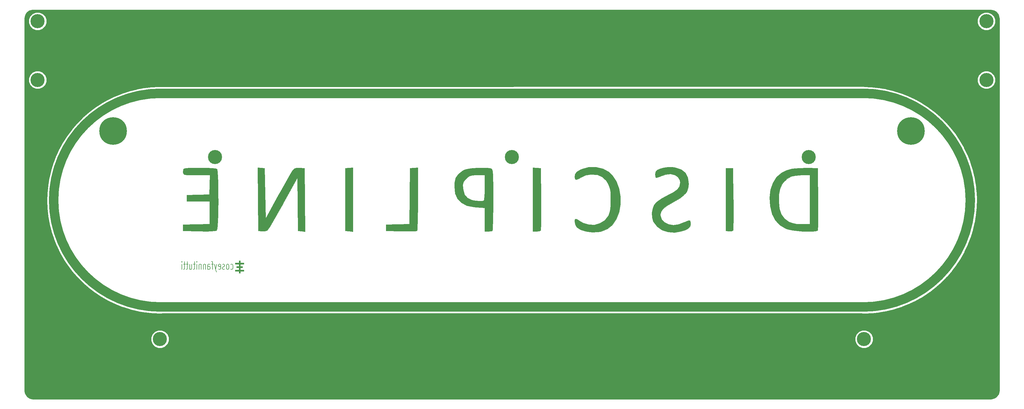
<source format=gbr>
G04 #@! TF.GenerationSoftware,KiCad,Pcbnew,(5.0.0)*
G04 #@! TF.CreationDate,2019-07-31T16:17:30-04:00*
G04 #@! TF.ProjectId,discipline-pcb,6469736369706C696E652D7063622E6B,rev?*
G04 #@! TF.SameCoordinates,Original*
G04 #@! TF.FileFunction,Copper,L2,Bot,Signal*
G04 #@! TF.FilePolarity,Positive*
%FSLAX46Y46*%
G04 Gerber Fmt 4.6, Leading zero omitted, Abs format (unit mm)*
G04 Created by KiCad (PCBNEW (5.0.0)) date 07/31/19 16:17:30*
%MOMM*%
%LPD*%
G01*
G04 APERTURE LIST*
G04 #@! TA.AperFunction,NonConductor*
%ADD10C,0.200000*%
G04 #@! TD*
G04 #@! TA.AperFunction,EtchedComponent*
%ADD11C,0.010000*%
G04 #@! TD*
G04 #@! TA.AperFunction,EtchedComponent*
%ADD12C,3.000000*%
G04 #@! TD*
G04 #@! TA.AperFunction,ComponentPad*
%ADD13C,8.600000*%
G04 #@! TD*
G04 #@! TA.AperFunction,ComponentPad*
%ADD14C,4.400000*%
G04 #@! TD*
G04 #@! TA.AperFunction,Conductor*
%ADD15C,0.254000*%
G04 #@! TD*
G04 APERTURE END LIST*
D10*
X125397214Y-134521644D02*
X125540071Y-134640692D01*
X125825785Y-134640692D01*
X125968642Y-134521644D01*
X126040071Y-134402597D01*
X126111500Y-134164501D01*
X126111500Y-133450216D01*
X126040071Y-133212120D01*
X125968642Y-133093073D01*
X125825785Y-132974025D01*
X125540071Y-132974025D01*
X125397214Y-133093073D01*
X124540071Y-134640692D02*
X124682928Y-134521644D01*
X124754357Y-134402597D01*
X124825785Y-134164501D01*
X124825785Y-133450216D01*
X124754357Y-133212120D01*
X124682928Y-133093073D01*
X124540071Y-132974025D01*
X124325785Y-132974025D01*
X124182928Y-133093073D01*
X124111500Y-133212120D01*
X124040071Y-133450216D01*
X124040071Y-134164501D01*
X124111500Y-134402597D01*
X124182928Y-134521644D01*
X124325785Y-134640692D01*
X124540071Y-134640692D01*
X123468642Y-134521644D02*
X123325785Y-134640692D01*
X123040071Y-134640692D01*
X122897214Y-134521644D01*
X122825785Y-134283549D01*
X122825785Y-134164501D01*
X122897214Y-133926406D01*
X123040071Y-133807359D01*
X123254357Y-133807359D01*
X123397214Y-133688311D01*
X123468642Y-133450216D01*
X123468642Y-133331168D01*
X123397214Y-133093073D01*
X123254357Y-132974025D01*
X123040071Y-132974025D01*
X122897214Y-133093073D01*
X121611500Y-134521644D02*
X121754357Y-134640692D01*
X122040071Y-134640692D01*
X122182928Y-134521644D01*
X122254357Y-134283549D01*
X122254357Y-133331168D01*
X122182928Y-133093073D01*
X122040071Y-132974025D01*
X121754357Y-132974025D01*
X121611500Y-133093073D01*
X121540071Y-133331168D01*
X121540071Y-133569263D01*
X122254357Y-133807359D01*
X121040071Y-132974025D02*
X120682928Y-134640692D01*
X120325785Y-132974025D02*
X120682928Y-134640692D01*
X120825785Y-135235930D01*
X120897214Y-135354978D01*
X121040071Y-135474025D01*
X119968642Y-132974025D02*
X119397214Y-132974025D01*
X119754357Y-134640692D02*
X119754357Y-132497835D01*
X119682928Y-132259740D01*
X119540071Y-132140692D01*
X119397214Y-132140692D01*
X118254357Y-134640692D02*
X118254357Y-133331168D01*
X118325785Y-133093073D01*
X118468642Y-132974025D01*
X118754357Y-132974025D01*
X118897214Y-133093073D01*
X118254357Y-134521644D02*
X118397214Y-134640692D01*
X118754357Y-134640692D01*
X118897214Y-134521644D01*
X118968642Y-134283549D01*
X118968642Y-134045454D01*
X118897214Y-133807359D01*
X118754357Y-133688311D01*
X118397214Y-133688311D01*
X118254357Y-133569263D01*
X117540071Y-132974025D02*
X117540071Y-134640692D01*
X117540071Y-133212120D02*
X117468642Y-133093073D01*
X117325785Y-132974025D01*
X117111500Y-132974025D01*
X116968642Y-133093073D01*
X116897214Y-133331168D01*
X116897214Y-134640692D01*
X116182928Y-132974025D02*
X116182928Y-134640692D01*
X116182928Y-133212120D02*
X116111500Y-133093073D01*
X115968642Y-132974025D01*
X115754357Y-132974025D01*
X115611500Y-133093073D01*
X115540071Y-133331168D01*
X115540071Y-134640692D01*
X114825785Y-134640692D02*
X114825785Y-132974025D01*
X114825785Y-132140692D02*
X114897214Y-132259740D01*
X114825785Y-132378787D01*
X114754357Y-132259740D01*
X114825785Y-132140692D01*
X114825785Y-132378787D01*
X114325785Y-132974025D02*
X113754357Y-132974025D01*
X114111500Y-132140692D02*
X114111500Y-134283549D01*
X114040071Y-134521644D01*
X113897214Y-134640692D01*
X113754357Y-134640692D01*
X112611500Y-132974025D02*
X112611500Y-134640692D01*
X113254357Y-132974025D02*
X113254357Y-134283549D01*
X113182928Y-134521644D01*
X113040071Y-134640692D01*
X112825785Y-134640692D01*
X112682928Y-134521644D01*
X112611500Y-134402597D01*
X112111500Y-132974025D02*
X111540071Y-132974025D01*
X111897214Y-132140692D02*
X111897214Y-134283549D01*
X111825785Y-134521644D01*
X111682928Y-134640692D01*
X111540071Y-134640692D01*
X111254357Y-132974025D02*
X110682928Y-132974025D01*
X111040071Y-132140692D02*
X111040071Y-134283549D01*
X110968642Y-134521644D01*
X110825785Y-134640692D01*
X110682928Y-134640692D01*
X110182928Y-134640692D02*
X110182928Y-132974025D01*
X110182928Y-132140692D02*
X110254357Y-132259740D01*
X110182928Y-132378787D01*
X110111500Y-132259740D01*
X110182928Y-132140692D01*
X110182928Y-132378787D01*
D11*
G04 #@! TO.C,G\002A\002A\002A*
G36*
X260332239Y-102854250D02*
X259104686Y-103194839D01*
X258182173Y-103636282D01*
X257760991Y-104083500D01*
X257582785Y-104925058D01*
X257650441Y-105661492D01*
X257847228Y-105964214D01*
X258282699Y-105933993D01*
X259047589Y-105654551D01*
X259381466Y-105494971D01*
X260956708Y-104929932D01*
X262443722Y-104823332D01*
X263733726Y-105136628D01*
X264717934Y-105831274D01*
X265287562Y-106868727D01*
X265385135Y-107622186D01*
X265151844Y-108747577D01*
X264415020Y-109736645D01*
X263119239Y-110647309D01*
X261928143Y-111234751D01*
X259661824Y-112391215D01*
X258032834Y-113572903D01*
X257201287Y-114521248D01*
X256780384Y-115598316D01*
X256603773Y-117004051D01*
X256678370Y-118460637D01*
X257011093Y-119690258D01*
X257069593Y-119811107D01*
X258160522Y-121243172D01*
X259692515Y-122286696D01*
X261557849Y-122903863D01*
X263648806Y-123056852D01*
X265547956Y-122787708D01*
X266710856Y-122403454D01*
X267729716Y-121889751D01*
X268366055Y-121368668D01*
X268392328Y-121331770D01*
X268604873Y-120678661D01*
X268598672Y-119919458D01*
X268383185Y-119393826D01*
X268337361Y-119358525D01*
X267891859Y-119385606D01*
X267109887Y-119668877D01*
X266674056Y-119878942D01*
X264936817Y-120548141D01*
X263264628Y-120767268D01*
X261757070Y-120569078D01*
X260513722Y-119986321D01*
X259634165Y-119051752D01*
X259217978Y-117798121D01*
X259197956Y-117420010D01*
X259412277Y-116530195D01*
X260090373Y-115640781D01*
X261284943Y-114702734D01*
X263048683Y-113667018D01*
X263467213Y-113447534D01*
X265301878Y-112412457D01*
X266589592Y-111445243D01*
X267412230Y-110444192D01*
X267851663Y-109307607D01*
X267989765Y-107933791D01*
X267990263Y-107829261D01*
X267734179Y-105962756D01*
X266969598Y-104501877D01*
X265702028Y-103452289D01*
X263936977Y-102819657D01*
X262976861Y-102671997D01*
X261683432Y-102663606D01*
X260332239Y-102854250D01*
X260332239Y-102854250D01*
G37*
X260332239Y-102854250D02*
X259104686Y-103194839D01*
X258182173Y-103636282D01*
X257760991Y-104083500D01*
X257582785Y-104925058D01*
X257650441Y-105661492D01*
X257847228Y-105964214D01*
X258282699Y-105933993D01*
X259047589Y-105654551D01*
X259381466Y-105494971D01*
X260956708Y-104929932D01*
X262443722Y-104823332D01*
X263733726Y-105136628D01*
X264717934Y-105831274D01*
X265287562Y-106868727D01*
X265385135Y-107622186D01*
X265151844Y-108747577D01*
X264415020Y-109736645D01*
X263119239Y-110647309D01*
X261928143Y-111234751D01*
X259661824Y-112391215D01*
X258032834Y-113572903D01*
X257201287Y-114521248D01*
X256780384Y-115598316D01*
X256603773Y-117004051D01*
X256678370Y-118460637D01*
X257011093Y-119690258D01*
X257069593Y-119811107D01*
X258160522Y-121243172D01*
X259692515Y-122286696D01*
X261557849Y-122903863D01*
X263648806Y-123056852D01*
X265547956Y-122787708D01*
X266710856Y-122403454D01*
X267729716Y-121889751D01*
X268366055Y-121368668D01*
X268392328Y-121331770D01*
X268604873Y-120678661D01*
X268598672Y-119919458D01*
X268383185Y-119393826D01*
X268337361Y-119358525D01*
X267891859Y-119385606D01*
X267109887Y-119668877D01*
X266674056Y-119878942D01*
X264936817Y-120548141D01*
X263264628Y-120767268D01*
X261757070Y-120569078D01*
X260513722Y-119986321D01*
X259634165Y-119051752D01*
X259217978Y-117798121D01*
X259197956Y-117420010D01*
X259412277Y-116530195D01*
X260090373Y-115640781D01*
X261284943Y-114702734D01*
X263048683Y-113667018D01*
X263467213Y-113447534D01*
X265301878Y-112412457D01*
X266589592Y-111445243D01*
X267412230Y-110444192D01*
X267851663Y-109307607D01*
X267989765Y-107933791D01*
X267990263Y-107829261D01*
X267734179Y-105962756D01*
X266969598Y-104501877D01*
X265702028Y-103452289D01*
X263936977Y-102819657D01*
X262976861Y-102671997D01*
X261683432Y-102663606D01*
X260332239Y-102854250D01*
G36*
X236894832Y-102712705D02*
X234771714Y-103252915D01*
X234186031Y-103519822D01*
X233143470Y-104192750D01*
X232622111Y-104953516D01*
X232495391Y-105838576D01*
X232644732Y-106470393D01*
X233121098Y-106608224D01*
X233967008Y-106254329D01*
X234467280Y-105943389D01*
X235845490Y-105258155D01*
X237447857Y-104955384D01*
X237653686Y-104940827D01*
X239541270Y-105068921D01*
X241072121Y-105730833D01*
X242300922Y-106957853D01*
X242896776Y-107940786D01*
X243281623Y-108761716D01*
X243526745Y-109538628D01*
X243662523Y-110455909D01*
X243719335Y-111697948D01*
X243728386Y-112988222D01*
X243708007Y-114625080D01*
X243630645Y-115786467D01*
X243469219Y-116647511D01*
X243196646Y-117383335D01*
X242982559Y-117811243D01*
X241880546Y-119243713D01*
X240421626Y-120211754D01*
X238727931Y-120692169D01*
X236921597Y-120661763D01*
X235124755Y-120097342D01*
X234107675Y-119496746D01*
X233393329Y-119057721D01*
X232875225Y-118857952D01*
X232852173Y-118856802D01*
X232544979Y-119113812D01*
X232490855Y-119740202D01*
X232659370Y-120519007D01*
X233020094Y-121233266D01*
X233216931Y-121457493D01*
X234420584Y-122215527D01*
X236048364Y-122741217D01*
X237904050Y-123000557D01*
X239791421Y-122959544D01*
X240845415Y-122779495D01*
X242715722Y-122015296D01*
X244271021Y-120725716D01*
X245478192Y-118972490D01*
X246304115Y-116817357D01*
X246715669Y-114322052D01*
X246705878Y-111855520D01*
X246290900Y-109336973D01*
X245481843Y-107122462D01*
X244327178Y-105317203D01*
X243201636Y-104248956D01*
X241287951Y-103225134D01*
X239126297Y-102708247D01*
X236894832Y-102712705D01*
X236894832Y-102712705D01*
G37*
X236894832Y-102712705D02*
X234771714Y-103252915D01*
X234186031Y-103519822D01*
X233143470Y-104192750D01*
X232622111Y-104953516D01*
X232495391Y-105838576D01*
X232644732Y-106470393D01*
X233121098Y-106608224D01*
X233967008Y-106254329D01*
X234467280Y-105943389D01*
X235845490Y-105258155D01*
X237447857Y-104955384D01*
X237653686Y-104940827D01*
X239541270Y-105068921D01*
X241072121Y-105730833D01*
X242300922Y-106957853D01*
X242896776Y-107940786D01*
X243281623Y-108761716D01*
X243526745Y-109538628D01*
X243662523Y-110455909D01*
X243719335Y-111697948D01*
X243728386Y-112988222D01*
X243708007Y-114625080D01*
X243630645Y-115786467D01*
X243469219Y-116647511D01*
X243196646Y-117383335D01*
X242982559Y-117811243D01*
X241880546Y-119243713D01*
X240421626Y-120211754D01*
X238727931Y-120692169D01*
X236921597Y-120661763D01*
X235124755Y-120097342D01*
X234107675Y-119496746D01*
X233393329Y-119057721D01*
X232875225Y-118857952D01*
X232852173Y-118856802D01*
X232544979Y-119113812D01*
X232490855Y-119740202D01*
X232659370Y-120519007D01*
X233020094Y-121233266D01*
X233216931Y-121457493D01*
X234420584Y-122215527D01*
X236048364Y-122741217D01*
X237904050Y-123000557D01*
X239791421Y-122959544D01*
X240845415Y-122779495D01*
X242715722Y-122015296D01*
X244271021Y-120725716D01*
X245478192Y-118972490D01*
X246304115Y-116817357D01*
X246715669Y-114322052D01*
X246705878Y-111855520D01*
X246290900Y-109336973D01*
X245481843Y-107122462D01*
X244327178Y-105317203D01*
X243201636Y-104248956D01*
X241287951Y-103225134D01*
X239126297Y-102708247D01*
X236894832Y-102712705D01*
G36*
X302362477Y-102987725D02*
X300236848Y-103228131D01*
X298475432Y-103715110D01*
X296950042Y-104473164D01*
X296878689Y-104517975D01*
X295366450Y-105850401D01*
X294230846Y-107641950D01*
X293503369Y-109799432D01*
X293215511Y-112229662D01*
X293396129Y-114823010D01*
X294017727Y-117297291D01*
X295029764Y-119275249D01*
X296465557Y-120805200D01*
X298274879Y-121897939D01*
X299184301Y-122185210D01*
X300461692Y-122424841D01*
X301969231Y-122609978D01*
X303569099Y-122733769D01*
X305123476Y-122789360D01*
X306494543Y-122769898D01*
X307544479Y-122668530D01*
X308135466Y-122478403D01*
X308207549Y-122391843D01*
X308248796Y-121961440D01*
X308280588Y-120965995D01*
X308302178Y-119491691D01*
X308312816Y-117624709D01*
X308311754Y-115451233D01*
X308298243Y-113057444D01*
X308293461Y-112502838D01*
X308226334Y-105179879D01*
X305764622Y-105179879D01*
X305764622Y-120485007D01*
X303228494Y-120485007D01*
X301660444Y-120431027D01*
X300488861Y-120238699D01*
X299465568Y-119862439D01*
X299239391Y-119752315D01*
X297864026Y-118777731D01*
X296895823Y-117414694D01*
X296301093Y-115598634D01*
X296065062Y-113668302D01*
X296076844Y-111360055D01*
X296428298Y-109504438D01*
X297150439Y-107980581D01*
X297713622Y-107243764D01*
X298777704Y-106242275D01*
X299966834Y-105606031D01*
X301450048Y-105272715D01*
X303311855Y-105179879D01*
X305764622Y-105179879D01*
X308226334Y-105179879D01*
X308206930Y-103063212D01*
X304980509Y-102969390D01*
X302362477Y-102987725D01*
X302362477Y-102987725D01*
G37*
X302362477Y-102987725D02*
X300236848Y-103228131D01*
X298475432Y-103715110D01*
X296950042Y-104473164D01*
X296878689Y-104517975D01*
X295366450Y-105850401D01*
X294230846Y-107641950D01*
X293503369Y-109799432D01*
X293215511Y-112229662D01*
X293396129Y-114823010D01*
X294017727Y-117297291D01*
X295029764Y-119275249D01*
X296465557Y-120805200D01*
X298274879Y-121897939D01*
X299184301Y-122185210D01*
X300461692Y-122424841D01*
X301969231Y-122609978D01*
X303569099Y-122733769D01*
X305123476Y-122789360D01*
X306494543Y-122769898D01*
X307544479Y-122668530D01*
X308135466Y-122478403D01*
X308207549Y-122391843D01*
X308248796Y-121961440D01*
X308280588Y-120965995D01*
X308302178Y-119491691D01*
X308312816Y-117624709D01*
X308311754Y-115451233D01*
X308298243Y-113057444D01*
X308293461Y-112502838D01*
X308226334Y-105179879D01*
X305764622Y-105179879D01*
X305764622Y-120485007D01*
X303228494Y-120485007D01*
X301660444Y-120431027D01*
X300488861Y-120238699D01*
X299465568Y-119862439D01*
X299239391Y-119752315D01*
X297864026Y-118777731D01*
X296895823Y-117414694D01*
X296301093Y-115598634D01*
X296065062Y-113668302D01*
X296076844Y-111360055D01*
X296428298Y-109504438D01*
X297150439Y-107980581D01*
X297713622Y-107243764D01*
X298777704Y-106242275D01*
X299966834Y-105606031D01*
X301450048Y-105272715D01*
X303311855Y-105179879D01*
X305764622Y-105179879D01*
X308226334Y-105179879D01*
X308206930Y-103063212D01*
X304980509Y-102969390D01*
X302362477Y-102987725D01*
G36*
X279550520Y-122601674D02*
X280611092Y-122703883D01*
X281468885Y-122653409D01*
X281837367Y-122374278D01*
X281876881Y-121948521D01*
X281907108Y-120957514D01*
X281927359Y-119487233D01*
X281936943Y-117623653D01*
X281935172Y-115452750D01*
X281921356Y-113060500D01*
X281916538Y-112502838D01*
X281830007Y-103063212D01*
X279550520Y-103063212D01*
X279550520Y-122601674D01*
X279550520Y-122601674D01*
G37*
X279550520Y-122601674D02*
X280611092Y-122703883D01*
X281468885Y-122653409D01*
X281837367Y-122374278D01*
X281876881Y-121948521D01*
X281907108Y-120957514D01*
X281927359Y-119487233D01*
X281936943Y-117623653D01*
X281935172Y-115452750D01*
X281921356Y-113060500D01*
X281916538Y-112502838D01*
X281830007Y-103063212D01*
X279550520Y-103063212D01*
X279550520Y-122601674D01*
G36*
X219469750Y-122764494D02*
X220619714Y-122764494D01*
X221426505Y-122659251D01*
X221901369Y-122401139D01*
X221927399Y-122353479D01*
X221964863Y-121933221D01*
X221993237Y-120947467D01*
X222011903Y-119481948D01*
X222020240Y-117622395D01*
X222017629Y-115454541D01*
X222003451Y-113064115D01*
X221998589Y-112502838D01*
X221912058Y-103063212D01*
X220690904Y-102962144D01*
X219469750Y-102861077D01*
X219469750Y-122764494D01*
X219469750Y-122764494D01*
G37*
X219469750Y-122764494D02*
X220619714Y-122764494D01*
X221426505Y-122659251D01*
X221901369Y-122401139D01*
X221927399Y-122353479D01*
X221964863Y-121933221D01*
X221993237Y-120947467D01*
X222011903Y-119481948D01*
X222020240Y-117622395D01*
X222017629Y-115454541D01*
X222003451Y-113064115D01*
X221998589Y-112502838D01*
X221912058Y-103063212D01*
X220690904Y-102962144D01*
X219469750Y-102861077D01*
X219469750Y-122764494D01*
G36*
X202430790Y-102959591D02*
X200733726Y-103042421D01*
X199531340Y-103157222D01*
X198667034Y-103332731D01*
X197984214Y-103597686D01*
X197513900Y-103861914D01*
X196251251Y-104859463D01*
X195473145Y-106058970D01*
X195106353Y-107606252D01*
X195053248Y-108761930D01*
X195289734Y-110871912D01*
X195999357Y-112551768D01*
X197196028Y-113814516D01*
X198893660Y-114673177D01*
X201106164Y-115140768D01*
X201944789Y-115211076D01*
X204490263Y-115358431D01*
X204490263Y-122764494D01*
X205575733Y-122764494D01*
X206380365Y-122704918D01*
X206863592Y-122560220D01*
X206878297Y-122547400D01*
X206933976Y-122178062D01*
X206984373Y-121241351D01*
X207027583Y-119821168D01*
X207061704Y-118001414D01*
X207084831Y-115865988D01*
X207095060Y-113498792D01*
X207095391Y-112980863D01*
X207091033Y-110207936D01*
X207075629Y-108016695D01*
X207045689Y-106337587D01*
X207000780Y-105179879D01*
X204490263Y-105179879D01*
X204490263Y-109033298D01*
X204472899Y-110556629D01*
X204425656Y-111834148D01*
X204355809Y-112729438D01*
X204273169Y-113103810D01*
X203754503Y-113272830D01*
X202822527Y-113308811D01*
X201700071Y-113218344D01*
X200609964Y-113008019D01*
X200558390Y-112993943D01*
X199172633Y-112353685D01*
X198261198Y-111306975D01*
X197784192Y-109801328D01*
X197720481Y-109260062D01*
X197664856Y-108194636D01*
X197782979Y-107501152D01*
X198168273Y-106905242D01*
X198719251Y-106326788D01*
X199361385Y-105724934D01*
X199922698Y-105381624D01*
X200621244Y-105224557D01*
X201675074Y-105181434D01*
X202178212Y-105179879D01*
X204490263Y-105179879D01*
X207000780Y-105179879D01*
X206997722Y-105101059D01*
X206928235Y-104237559D01*
X206833737Y-103677535D01*
X206710737Y-103351434D01*
X206605658Y-103224977D01*
X206125608Y-103034794D01*
X205205701Y-102935245D01*
X203769135Y-102921447D01*
X202430790Y-102959591D01*
X202430790Y-102959591D01*
G37*
X202430790Y-102959591D02*
X200733726Y-103042421D01*
X199531340Y-103157222D01*
X198667034Y-103332731D01*
X197984214Y-103597686D01*
X197513900Y-103861914D01*
X196251251Y-104859463D01*
X195473145Y-106058970D01*
X195106353Y-107606252D01*
X195053248Y-108761930D01*
X195289734Y-110871912D01*
X195999357Y-112551768D01*
X197196028Y-113814516D01*
X198893660Y-114673177D01*
X201106164Y-115140768D01*
X201944789Y-115211076D01*
X204490263Y-115358431D01*
X204490263Y-122764494D01*
X205575733Y-122764494D01*
X206380365Y-122704918D01*
X206863592Y-122560220D01*
X206878297Y-122547400D01*
X206933976Y-122178062D01*
X206984373Y-121241351D01*
X207027583Y-119821168D01*
X207061704Y-118001414D01*
X207084831Y-115865988D01*
X207095060Y-113498792D01*
X207095391Y-112980863D01*
X207091033Y-110207936D01*
X207075629Y-108016695D01*
X207045689Y-106337587D01*
X207000780Y-105179879D01*
X204490263Y-105179879D01*
X204490263Y-109033298D01*
X204472899Y-110556629D01*
X204425656Y-111834148D01*
X204355809Y-112729438D01*
X204273169Y-113103810D01*
X203754503Y-113272830D01*
X202822527Y-113308811D01*
X201700071Y-113218344D01*
X200609964Y-113008019D01*
X200558390Y-112993943D01*
X199172633Y-112353685D01*
X198261198Y-111306975D01*
X197784192Y-109801328D01*
X197720481Y-109260062D01*
X197664856Y-108194636D01*
X197782979Y-107501152D01*
X198168273Y-106905242D01*
X198719251Y-106326788D01*
X199361385Y-105724934D01*
X199922698Y-105381624D01*
X200621244Y-105224557D01*
X201675074Y-105181434D01*
X202178212Y-105179879D01*
X204490263Y-105179879D01*
X207000780Y-105179879D01*
X206997722Y-105101059D01*
X206928235Y-104237559D01*
X206833737Y-103677535D01*
X206710737Y-103351434D01*
X206605658Y-103224977D01*
X206125608Y-103034794D01*
X205205701Y-102935245D01*
X203769135Y-102921447D01*
X202430790Y-102959591D01*
G36*
X182428084Y-102962144D02*
X181206930Y-103063212D01*
X181033512Y-120463776D01*
X173717186Y-120647828D01*
X173717186Y-122601674D01*
X178457771Y-122691431D01*
X180153480Y-122708533D01*
X181612727Y-122694899D01*
X182713973Y-122653849D01*
X183335677Y-122588705D01*
X183423797Y-122555747D01*
X183480507Y-122185108D01*
X183531988Y-121245413D01*
X183576378Y-119818879D01*
X183611816Y-117987724D01*
X183636441Y-115834165D01*
X183648392Y-113440419D01*
X183649238Y-112595691D01*
X183649238Y-102861077D01*
X182428084Y-102962144D01*
X182428084Y-102962144D01*
G37*
X182428084Y-102962144D02*
X181206930Y-103063212D01*
X181033512Y-120463776D01*
X173717186Y-120647828D01*
X173717186Y-122601674D01*
X178457771Y-122691431D01*
X180153480Y-122708533D01*
X181612727Y-122694899D01*
X182713973Y-122653849D01*
X183335677Y-122588705D01*
X183423797Y-122555747D01*
X183480507Y-122185108D01*
X183531988Y-121245413D01*
X183576378Y-119818879D01*
X183611816Y-117987724D01*
X183636441Y-115834165D01*
X183648392Y-113440419D01*
X183649238Y-112595691D01*
X183649238Y-102861077D01*
X182428084Y-102962144D01*
G36*
X162238340Y-102962144D02*
X161017186Y-103063212D01*
X161017186Y-122601674D01*
X162238340Y-122702741D01*
X163459494Y-122803809D01*
X163459494Y-102861077D01*
X162238340Y-102962144D01*
X162238340Y-102962144D01*
G37*
X162238340Y-102962144D02*
X161017186Y-103063212D01*
X161017186Y-122601674D01*
X162238340Y-122702741D01*
X163459494Y-122803809D01*
X163459494Y-102861077D01*
X162238340Y-102962144D01*
G36*
X133902765Y-112730042D02*
X133988981Y-122601674D01*
X135128725Y-122697577D01*
X136061888Y-122647531D01*
X136781287Y-122395900D01*
X136814381Y-122371936D01*
X137110235Y-121984896D01*
X137671798Y-121103669D01*
X138453152Y-119805957D01*
X139408379Y-118169462D01*
X140491562Y-116271885D01*
X141656781Y-114190929D01*
X141774657Y-113978250D01*
X146189020Y-106006108D01*
X146363340Y-122601674D01*
X147426480Y-122704075D01*
X148489619Y-122806475D01*
X148403403Y-112934844D01*
X148317186Y-103063212D01*
X146806889Y-102965450D01*
X145801572Y-102959872D01*
X145179405Y-103164749D01*
X144690222Y-103656410D01*
X144369552Y-104155024D01*
X143789691Y-105138365D01*
X143000806Y-106518039D01*
X142053063Y-108205655D01*
X140996626Y-110112819D01*
X140176161Y-111610233D01*
X136268468Y-118775334D01*
X136105648Y-110919273D01*
X135942827Y-103063212D01*
X134879688Y-102960811D01*
X133816548Y-102858410D01*
X133902765Y-112730042D01*
X133902765Y-112730042D01*
G37*
X133902765Y-112730042D02*
X133988981Y-122601674D01*
X135128725Y-122697577D01*
X136061888Y-122647531D01*
X136781287Y-122395900D01*
X136814381Y-122371936D01*
X137110235Y-121984896D01*
X137671798Y-121103669D01*
X138453152Y-119805957D01*
X139408379Y-118169462D01*
X140491562Y-116271885D01*
X141656781Y-114190929D01*
X141774657Y-113978250D01*
X146189020Y-106006108D01*
X146363340Y-122601674D01*
X147426480Y-122704075D01*
X148489619Y-122806475D01*
X148403403Y-112934844D01*
X148317186Y-103063212D01*
X146806889Y-102965450D01*
X145801572Y-102959872D01*
X145179405Y-103164749D01*
X144690222Y-103656410D01*
X144369552Y-104155024D01*
X143789691Y-105138365D01*
X143000806Y-106518039D01*
X142053063Y-108205655D01*
X140996626Y-110112819D01*
X140176161Y-111610233D01*
X136268468Y-118775334D01*
X136105648Y-110919273D01*
X135942827Y-103063212D01*
X134879688Y-102960811D01*
X133816548Y-102858410D01*
X133902765Y-112730042D01*
G36*
X113804399Y-102906301D02*
X112450889Y-102931801D01*
X111550129Y-102988554D01*
X111002875Y-103088220D01*
X110709885Y-103242460D01*
X110571918Y-103462935D01*
X110557388Y-103505798D01*
X110493418Y-104294246D01*
X110570283Y-104645542D01*
X110742886Y-104872224D01*
X111126582Y-105025520D01*
X111828579Y-105118899D01*
X112956080Y-105165828D01*
X114616290Y-105179779D01*
X114823221Y-105179879D01*
X118871113Y-105179879D01*
X118777483Y-108192058D01*
X118683853Y-111204238D01*
X111682571Y-111389092D01*
X111682571Y-113320904D01*
X118846674Y-113320904D01*
X118846674Y-120465549D01*
X114694750Y-120556688D01*
X110542827Y-120647828D01*
X110542827Y-122601674D01*
X115598647Y-122690982D01*
X117747674Y-122711183D01*
X119309956Y-122682376D01*
X120348445Y-122600991D01*
X120926092Y-122463459D01*
X121053134Y-122381623D01*
X121176490Y-121939512D01*
X121278951Y-120949292D01*
X121360474Y-119513767D01*
X121421018Y-117735742D01*
X121460540Y-115718021D01*
X121478998Y-113563408D01*
X121476348Y-111374707D01*
X121452548Y-109254723D01*
X121407556Y-107306260D01*
X121341329Y-105632121D01*
X121253825Y-104335113D01*
X121145001Y-103518037D01*
X121061032Y-103291161D01*
X120599671Y-103117729D01*
X119593318Y-102996475D01*
X118007497Y-102924879D01*
X115807728Y-102900425D01*
X115709900Y-102900392D01*
X113804399Y-102906301D01*
X113804399Y-102906301D01*
G37*
X113804399Y-102906301D02*
X112450889Y-102931801D01*
X111550129Y-102988554D01*
X111002875Y-103088220D01*
X110709885Y-103242460D01*
X110571918Y-103462935D01*
X110557388Y-103505798D01*
X110493418Y-104294246D01*
X110570283Y-104645542D01*
X110742886Y-104872224D01*
X111126582Y-105025520D01*
X111828579Y-105118899D01*
X112956080Y-105165828D01*
X114616290Y-105179779D01*
X114823221Y-105179879D01*
X118871113Y-105179879D01*
X118777483Y-108192058D01*
X118683853Y-111204238D01*
X111682571Y-111389092D01*
X111682571Y-113320904D01*
X118846674Y-113320904D01*
X118846674Y-120465549D01*
X114694750Y-120556688D01*
X110542827Y-120647828D01*
X110542827Y-122601674D01*
X115598647Y-122690982D01*
X117747674Y-122711183D01*
X119309956Y-122682376D01*
X120348445Y-122600991D01*
X120926092Y-122463459D01*
X121053134Y-122381623D01*
X121176490Y-121939512D01*
X121278951Y-120949292D01*
X121360474Y-119513767D01*
X121421018Y-117735742D01*
X121460540Y-115718021D01*
X121478998Y-113563408D01*
X121476348Y-111374707D01*
X121452548Y-109254723D01*
X121407556Y-107306260D01*
X121341329Y-105632121D01*
X121253825Y-104335113D01*
X121145001Y-103518037D01*
X121061032Y-103291161D01*
X120599671Y-103117729D01*
X119593318Y-102996475D01*
X118007497Y-102924879D01*
X115807728Y-102900425D01*
X115709900Y-102900392D01*
X113804399Y-102906301D01*
D12*
X322394879Y-146359622D02*
G75*
G03X322394879Y-79659622I0J33350000D01*
G01*
X103584879Y-79659622D02*
G75*
G03X103584879Y-146359622I0J-33350000D01*
G01*
X322324879Y-79629622D02*
X103004879Y-79659622D01*
X322774879Y-146279622D02*
X103454879Y-146309622D01*
D11*
G36*
X128375486Y-135163121D02*
X128944869Y-135160944D01*
X129514252Y-135158768D01*
X129514252Y-134752368D01*
X128375486Y-134748016D01*
X128375486Y-134087735D01*
X129095153Y-134087735D01*
X129095153Y-133655935D01*
X128375486Y-133655935D01*
X128375486Y-132978721D01*
X128944869Y-132976544D01*
X129514252Y-132974368D01*
X129516515Y-132760585D01*
X129518777Y-132546802D01*
X128375486Y-132546802D01*
X128375486Y-131928735D01*
X127935219Y-131928735D01*
X127935219Y-132546802D01*
X126800686Y-132546802D01*
X126800686Y-132978601D01*
X127935219Y-132978601D01*
X127935219Y-133655935D01*
X127224019Y-133655935D01*
X127224019Y-134087735D01*
X127935219Y-134087735D01*
X127935219Y-134748135D01*
X126800686Y-134748135D01*
X126800686Y-135163001D01*
X127935000Y-135163001D01*
X127939452Y-135751435D01*
X128157469Y-135753694D01*
X128375486Y-135755954D01*
X128375486Y-135163121D01*
X128375486Y-135163121D01*
G37*
X128375486Y-135163121D02*
X128944869Y-135160944D01*
X129514252Y-135158768D01*
X129514252Y-134752368D01*
X128375486Y-134748016D01*
X128375486Y-134087735D01*
X129095153Y-134087735D01*
X129095153Y-133655935D01*
X128375486Y-133655935D01*
X128375486Y-132978721D01*
X128944869Y-132976544D01*
X129514252Y-132974368D01*
X129516515Y-132760585D01*
X129518777Y-132546802D01*
X128375486Y-132546802D01*
X128375486Y-131928735D01*
X127935219Y-131928735D01*
X127935219Y-132546802D01*
X126800686Y-132546802D01*
X126800686Y-132978601D01*
X127935219Y-132978601D01*
X127935219Y-133655935D01*
X127224019Y-133655935D01*
X127224019Y-134087735D01*
X127935219Y-134087735D01*
X127935219Y-134748135D01*
X126800686Y-134748135D01*
X126800686Y-135163001D01*
X127935000Y-135163001D01*
X127939452Y-135751435D01*
X128157469Y-135753694D01*
X128375486Y-135755954D01*
X128375486Y-135163121D01*
G04 #@! TD*
D13*
G04 #@! TO.P,REF\002A\002A,1*
G04 #@! TO.N,N/C*
X337229903Y-91409552D03*
G04 #@! TD*
D14*
G04 #@! TO.P,H1,1*
G04 #@! TO.N,GND*
X212989879Y-162205740D03*
G04 #@! TD*
G04 #@! TO.P,REF\002A\002A,1*
G04 #@! TO.N,N/C*
X212989879Y-99550624D03*
G04 #@! TD*
G04 #@! TO.P,REF\002A\002A,1*
G04 #@! TO.N,N/C*
X305448502Y-99550624D03*
G04 #@! TD*
G04 #@! TO.P,REF\002A\002A,1*
G04 #@! TO.N,N/C*
X120531257Y-99550624D03*
G04 #@! TD*
G04 #@! TO.P,REF\002A\002A,1*
G04 #@! TO.N,N/C*
X322637337Y-156394590D03*
G04 #@! TD*
G04 #@! TO.P,REF\002A\002A,1*
G04 #@! TO.N,N/C*
X103342422Y-156394590D03*
G04 #@! TD*
G04 #@! TO.P,REF\002A\002A,1*
G04 #@! TO.N,N/C*
X360747255Y-75468873D03*
G04 #@! TD*
G04 #@! TO.P,REF\002A\002A,1*
G04 #@! TO.N,N/C*
X360747255Y-57147160D03*
G04 #@! TD*
G04 #@! TO.P,REF\002A\002A,1*
G04 #@! TO.N,N/C*
X65232504Y-57147160D03*
G04 #@! TD*
G04 #@! TO.P,REF\002A\002A,1*
G04 #@! TO.N,N/C*
X65232504Y-75468873D03*
G04 #@! TD*
D13*
G04 #@! TO.P,REF\002A\002A,1*
G04 #@! TO.N,N/C*
X88749856Y-91409552D03*
G04 #@! TD*
D15*
G04 #@! TO.N,GND*
G36*
X362686565Y-53717043D02*
X363217376Y-53895680D01*
X363697439Y-54184132D01*
X364104363Y-54568941D01*
X364419162Y-55032154D01*
X364627151Y-55552162D01*
X364723315Y-56133043D01*
X364726843Y-56259344D01*
X364726844Y-172404331D01*
X364662180Y-172999570D01*
X364483543Y-173530382D01*
X364195092Y-174010444D01*
X363810282Y-174417369D01*
X363347069Y-174732168D01*
X362827061Y-174940157D01*
X362246180Y-175036321D01*
X362119879Y-175039849D01*
X63891109Y-175039849D01*
X63295493Y-174975691D01*
X62764519Y-174797534D01*
X62284197Y-174509521D01*
X61876919Y-174125077D01*
X61561701Y-173662151D01*
X61353241Y-173142332D01*
X61256550Y-172561538D01*
X61252916Y-172435550D01*
X61252916Y-155830673D01*
X100507422Y-155830673D01*
X100507422Y-156958507D01*
X100939025Y-158000489D01*
X101736523Y-158797987D01*
X102778505Y-159229590D01*
X103906339Y-159229590D01*
X104948321Y-158797987D01*
X105745819Y-158000489D01*
X106177422Y-156958507D01*
X106177422Y-155830673D01*
X319802337Y-155830673D01*
X319802337Y-156958507D01*
X320233940Y-158000489D01*
X321031438Y-158797987D01*
X322073420Y-159229590D01*
X323201254Y-159229590D01*
X324243236Y-158797987D01*
X325040734Y-158000489D01*
X325472337Y-156958507D01*
X325472337Y-155830673D01*
X325040734Y-154788691D01*
X324243236Y-153991193D01*
X323201254Y-153559590D01*
X322073420Y-153559590D01*
X321031438Y-153991193D01*
X320233940Y-154788691D01*
X319802337Y-155830673D01*
X106177422Y-155830673D01*
X105745819Y-154788691D01*
X104948321Y-153991193D01*
X103906339Y-153559590D01*
X102778505Y-153559590D01*
X101736523Y-153991193D01*
X100939025Y-154788691D01*
X100507422Y-155830673D01*
X61252916Y-155830673D01*
X61252916Y-113122765D01*
X68101221Y-113122765D01*
X68101543Y-113184241D01*
X68101221Y-113245716D01*
X68101982Y-113268061D01*
X68191087Y-115535936D01*
X68195587Y-115597222D01*
X68199449Y-115658602D01*
X68201728Y-115680842D01*
X68444877Y-117937404D01*
X68453539Y-117998267D01*
X68461564Y-118059218D01*
X68465350Y-118081252D01*
X68861417Y-120316051D01*
X68874187Y-120376131D01*
X68886349Y-120436446D01*
X68891626Y-120458172D01*
X69438774Y-122660857D01*
X69455615Y-122719978D01*
X69471838Y-122779278D01*
X69478580Y-122800595D01*
X70174279Y-124960965D01*
X70195089Y-125018768D01*
X70215321Y-125076864D01*
X70223497Y-125097673D01*
X71064524Y-127205721D01*
X71089223Y-127261986D01*
X71113353Y-127318558D01*
X71122925Y-127338763D01*
X72105383Y-129384728D01*
X72133876Y-129439230D01*
X72161775Y-129493984D01*
X72172699Y-129513491D01*
X73292039Y-131487895D01*
X73324148Y-131540292D01*
X73355730Y-131593062D01*
X73367946Y-131611765D01*
X73367956Y-131611781D01*
X73367965Y-131611794D01*
X74618993Y-133505480D01*
X74654588Y-133555567D01*
X74689690Y-133606072D01*
X74703161Y-133623916D01*
X76080102Y-135428141D01*
X76119037Y-135475710D01*
X76157477Y-135523691D01*
X76172130Y-135540577D01*
X77668597Y-137246971D01*
X77710680Y-137291786D01*
X77752292Y-137337038D01*
X77768059Y-137352888D01*
X79377123Y-138953548D01*
X79422134Y-138995375D01*
X79466750Y-139037714D01*
X79483559Y-139052455D01*
X81197765Y-140539967D01*
X81245524Y-140578641D01*
X81292909Y-140617841D01*
X81310682Y-140631405D01*
X83122091Y-141998880D01*
X83172410Y-142034245D01*
X83222312Y-142070103D01*
X83240942Y-142082410D01*
X83240966Y-142082427D01*
X83240987Y-142082440D01*
X85141190Y-143323531D01*
X85193713Y-143355340D01*
X85246022Y-143387773D01*
X85265471Y-143398799D01*
X87245709Y-144507786D01*
X87300307Y-144535966D01*
X87354669Y-144564749D01*
X87374823Y-144574426D01*
X89425904Y-145546159D01*
X89482329Y-145570576D01*
X89538485Y-145595578D01*
X89559251Y-145603863D01*
X91671674Y-146433840D01*
X91729612Y-146454357D01*
X91787355Y-146475488D01*
X91808636Y-146482341D01*
X93972620Y-147166719D01*
X94031818Y-147183247D01*
X94090866Y-147200402D01*
X94112564Y-147205792D01*
X96318085Y-147741401D01*
X96378213Y-147753853D01*
X96438348Y-147766964D01*
X96460362Y-147770865D01*
X98697204Y-148155224D01*
X98758068Y-148163561D01*
X98818927Y-148172548D01*
X98841156Y-148174943D01*
X101098960Y-148406274D01*
X101160258Y-148410453D01*
X101221581Y-148415279D01*
X101243919Y-148416157D01*
X101243921Y-148416157D01*
X103512231Y-148493386D01*
X103657528Y-148493386D01*
X103802488Y-148483504D01*
X103946440Y-148463784D01*
X104039360Y-148444541D01*
X321817276Y-148414753D01*
X321950990Y-148447967D01*
X322094058Y-148473322D01*
X322238518Y-148488889D01*
X322383703Y-148494593D01*
X322406060Y-148494593D01*
X322755294Y-148492764D01*
X322786011Y-148491557D01*
X322816761Y-148491557D01*
X322839101Y-148490679D01*
X325106478Y-148389701D01*
X325167761Y-148384878D01*
X325229099Y-148380696D01*
X325251328Y-148378301D01*
X327506586Y-148123340D01*
X327567400Y-148114360D01*
X327628309Y-148106016D01*
X327650318Y-148102116D01*
X327650324Y-148102115D01*
X327650329Y-148102114D01*
X329883018Y-147694353D01*
X329943056Y-147681262D01*
X330003282Y-147668790D01*
X330024980Y-147663400D01*
X332224769Y-147104724D01*
X332283755Y-147087587D01*
X332343016Y-147071041D01*
X332364297Y-147064188D01*
X334520995Y-146357186D01*
X334578689Y-146336073D01*
X334636676Y-146315539D01*
X334657431Y-146307258D01*
X334657443Y-146307254D01*
X334657453Y-146307250D01*
X336761058Y-145455202D01*
X336817212Y-145430201D01*
X336873639Y-145405782D01*
X336893780Y-145396110D01*
X336893794Y-145396104D01*
X336893805Y-145396098D01*
X338934585Y-144402947D01*
X338988856Y-144374213D01*
X339043545Y-144345985D01*
X339062994Y-144334959D01*
X341031511Y-143205296D01*
X341083773Y-143172892D01*
X341136343Y-143141054D01*
X341154997Y-143128731D01*
X343042120Y-141867796D01*
X343092003Y-141831951D01*
X343142341Y-141796573D01*
X343160113Y-141783009D01*
X344957105Y-140396640D01*
X345004479Y-140357449D01*
X345052249Y-140318765D01*
X345069058Y-140304024D01*
X346767593Y-138798642D01*
X346812206Y-138756306D01*
X346857219Y-138714477D01*
X346872987Y-138698627D01*
X348465200Y-137081206D01*
X348506812Y-137035954D01*
X348548895Y-136991139D01*
X348563548Y-136974253D01*
X350042064Y-135252282D01*
X350080480Y-135204331D01*
X350119440Y-135156731D01*
X350132910Y-135138888D01*
X351490882Y-133320342D01*
X351525939Y-133269901D01*
X351561579Y-133219751D01*
X351573804Y-133201032D01*
X352804943Y-131294336D01*
X352836503Y-131241604D01*
X352868636Y-131189168D01*
X352879551Y-131169677D01*
X352879560Y-131169662D01*
X352879566Y-131169649D01*
X353978163Y-129183643D01*
X354006048Y-129128916D01*
X354034554Y-129074388D01*
X354044126Y-129054183D01*
X355005105Y-126998043D01*
X355029216Y-126941516D01*
X355053935Y-126885205D01*
X355062098Y-126864426D01*
X355062111Y-126864396D01*
X355062120Y-126864370D01*
X355881015Y-124747656D01*
X355901224Y-124689626D01*
X355922057Y-124631758D01*
X355928799Y-124610441D01*
X356601837Y-122442904D01*
X356618074Y-122383553D01*
X356634900Y-122324483D01*
X356640168Y-122302790D01*
X356640177Y-122302757D01*
X356640183Y-122302729D01*
X357164230Y-120094464D01*
X357176373Y-120034241D01*
X357189163Y-119974067D01*
X357192950Y-119952033D01*
X357565591Y-117713210D01*
X357573610Y-117652306D01*
X357582278Y-117591397D01*
X357584557Y-117569156D01*
X357804062Y-115310170D01*
X357807923Y-115248801D01*
X357812424Y-115187506D01*
X357813185Y-115165162D01*
X357878537Y-112896479D01*
X357878215Y-112835004D01*
X357878537Y-112773528D01*
X357877776Y-112751184D01*
X357788671Y-110483308D01*
X357784171Y-110422025D01*
X357780309Y-110360642D01*
X357778030Y-110338401D01*
X357534881Y-108081840D01*
X357526217Y-108020965D01*
X357518194Y-107960027D01*
X357514408Y-107937992D01*
X357118341Y-105703193D01*
X357105572Y-105643121D01*
X357093409Y-105582798D01*
X357088132Y-105561072D01*
X356540983Y-103358387D01*
X356524157Y-103299317D01*
X356507920Y-103239966D01*
X356501178Y-103218649D01*
X355805479Y-101058279D01*
X355784669Y-101000477D01*
X355764437Y-100942380D01*
X355756261Y-100921571D01*
X354915234Y-98813523D01*
X354890535Y-98757258D01*
X354866405Y-98700686D01*
X354856833Y-98680482D01*
X353874375Y-96634516D01*
X353845882Y-96580014D01*
X353817983Y-96525260D01*
X353807059Y-96505753D01*
X352687719Y-94531349D01*
X352655610Y-94478952D01*
X352624028Y-94426182D01*
X352611812Y-94407479D01*
X352611802Y-94407463D01*
X352611793Y-94407450D01*
X351360765Y-92513764D01*
X351325170Y-92463677D01*
X351290068Y-92413172D01*
X351276597Y-92395328D01*
X349899656Y-90591103D01*
X349860705Y-90543514D01*
X349822281Y-90495553D01*
X349807642Y-90478684D01*
X349807628Y-90478666D01*
X349807615Y-90478652D01*
X348311161Y-88772273D01*
X348269118Y-88727502D01*
X348227466Y-88682206D01*
X348211699Y-88666356D01*
X346602636Y-87065696D01*
X346557597Y-87023843D01*
X346513008Y-86981530D01*
X346496199Y-86966789D01*
X344781993Y-85479277D01*
X344734214Y-85440586D01*
X344686849Y-85401403D01*
X344669076Y-85387839D01*
X342857666Y-84020364D01*
X342807374Y-83985018D01*
X342757446Y-83949141D01*
X342738816Y-83936834D01*
X342738792Y-83936817D01*
X342738771Y-83936804D01*
X340838568Y-82695713D01*
X340786045Y-82663904D01*
X340733736Y-82631471D01*
X340714286Y-82620445D01*
X338734049Y-81511458D01*
X338679408Y-81483256D01*
X338625089Y-81454496D01*
X338604935Y-81444818D01*
X336553854Y-80473086D01*
X336497475Y-80448688D01*
X336441273Y-80423666D01*
X336420508Y-80415381D01*
X334308084Y-79585404D01*
X334250110Y-79564874D01*
X334192403Y-79543757D01*
X334171122Y-79536903D01*
X332007139Y-78852525D01*
X331947916Y-78835990D01*
X331888892Y-78818842D01*
X331867194Y-78813452D01*
X329661674Y-78277843D01*
X329601517Y-78265385D01*
X329541410Y-78252280D01*
X329519402Y-78248380D01*
X329519396Y-78248379D01*
X329519391Y-78248378D01*
X327282554Y-77864020D01*
X327221690Y-77855683D01*
X327160831Y-77846696D01*
X327138603Y-77844301D01*
X324880798Y-77612970D01*
X324819500Y-77608791D01*
X324758177Y-77603965D01*
X324735839Y-77603087D01*
X324735837Y-77603087D01*
X322738580Y-77535087D01*
X322534865Y-77494594D01*
X102794308Y-77524651D01*
X102669154Y-77549563D01*
X100873280Y-77629543D01*
X100811994Y-77634366D01*
X100750659Y-77638548D01*
X100728430Y-77640943D01*
X98473172Y-77895904D01*
X98412358Y-77904884D01*
X98351449Y-77913228D01*
X98329440Y-77917128D01*
X98329434Y-77917129D01*
X98329429Y-77917130D01*
X96096741Y-78324891D01*
X96036683Y-78337986D01*
X95976476Y-78350454D01*
X95954778Y-78355844D01*
X93754988Y-78914520D01*
X93695963Y-78931669D01*
X93636743Y-78948203D01*
X93615462Y-78955056D01*
X91458763Y-79662057D01*
X91401033Y-79683183D01*
X91343082Y-79703705D01*
X91322316Y-79711990D01*
X89218700Y-80564042D01*
X89162546Y-80589043D01*
X89106119Y-80613462D01*
X89085978Y-80623134D01*
X89085964Y-80623140D01*
X89085953Y-80623146D01*
X87045173Y-81616297D01*
X86990902Y-81645031D01*
X86936213Y-81673259D01*
X86916764Y-81684285D01*
X84948247Y-82813948D01*
X84895985Y-82846352D01*
X84843415Y-82878190D01*
X84824760Y-82890513D01*
X82937638Y-84151448D01*
X82887710Y-84187325D01*
X82837418Y-84222671D01*
X82819661Y-84236223D01*
X82819644Y-84236235D01*
X82819630Y-84236246D01*
X81022654Y-85622604D01*
X80975307Y-85661773D01*
X80927509Y-85700479D01*
X80910700Y-85715220D01*
X79212165Y-87220602D01*
X79167552Y-87262938D01*
X79122539Y-87304767D01*
X79106771Y-87320617D01*
X77514558Y-88938038D01*
X77472946Y-88983290D01*
X77430863Y-89028105D01*
X77416210Y-89044991D01*
X75937694Y-90766962D01*
X75899278Y-90814913D01*
X75860318Y-90862513D01*
X75846848Y-90880356D01*
X74488876Y-92698902D01*
X74453819Y-92749343D01*
X74418179Y-92799493D01*
X74405954Y-92818212D01*
X73174815Y-94724908D01*
X73143242Y-94777662D01*
X73111123Y-94830076D01*
X73100198Y-94849582D01*
X72001595Y-96835601D01*
X71973710Y-96890328D01*
X71945204Y-96944856D01*
X71935632Y-96965061D01*
X70974653Y-99021201D01*
X70950542Y-99077728D01*
X70925823Y-99134039D01*
X70917660Y-99154818D01*
X70917647Y-99154848D01*
X70917638Y-99154874D01*
X70098743Y-101271588D01*
X70078534Y-101329618D01*
X70057701Y-101387486D01*
X70050959Y-101408803D01*
X69377921Y-103576340D01*
X69361684Y-103635691D01*
X69344858Y-103694761D01*
X69339581Y-103716487D01*
X68815528Y-105924781D01*
X68803377Y-105985040D01*
X68790595Y-106045177D01*
X68786808Y-106067212D01*
X68414166Y-108306034D01*
X68406142Y-108366986D01*
X68397480Y-108427847D01*
X68395206Y-108450054D01*
X68395201Y-108450088D01*
X68395199Y-108450117D01*
X68175696Y-110709073D01*
X68171835Y-110770446D01*
X68167334Y-110831738D01*
X68166573Y-110854082D01*
X68101221Y-113122765D01*
X61252916Y-113122765D01*
X61252916Y-74904956D01*
X62397504Y-74904956D01*
X62397504Y-76032790D01*
X62829107Y-77074772D01*
X63626605Y-77872270D01*
X64668587Y-78303873D01*
X65796421Y-78303873D01*
X66838403Y-77872270D01*
X67635901Y-77074772D01*
X68067504Y-76032790D01*
X68067504Y-74904956D01*
X357912255Y-74904956D01*
X357912255Y-76032790D01*
X358343858Y-77074772D01*
X359141356Y-77872270D01*
X360183338Y-78303873D01*
X361311172Y-78303873D01*
X362353154Y-77872270D01*
X363150652Y-77074772D01*
X363582255Y-76032790D01*
X363582255Y-74904956D01*
X363150652Y-73862974D01*
X362353154Y-73065476D01*
X361311172Y-72633873D01*
X360183338Y-72633873D01*
X359141356Y-73065476D01*
X358343858Y-73862974D01*
X357912255Y-74904956D01*
X68067504Y-74904956D01*
X67635901Y-73862974D01*
X66838403Y-73065476D01*
X65796421Y-72633873D01*
X64668587Y-72633873D01*
X63626605Y-73065476D01*
X62829107Y-73862974D01*
X62397504Y-74904956D01*
X61252916Y-74904956D01*
X61252916Y-56583243D01*
X62397504Y-56583243D01*
X62397504Y-57711077D01*
X62829107Y-58753059D01*
X63626605Y-59550557D01*
X64668587Y-59982160D01*
X65796421Y-59982160D01*
X66838403Y-59550557D01*
X67635901Y-58753059D01*
X68067504Y-57711077D01*
X68067504Y-56583243D01*
X357912255Y-56583243D01*
X357912255Y-57711077D01*
X358343858Y-58753059D01*
X359141356Y-59550557D01*
X360183338Y-59982160D01*
X361311172Y-59982160D01*
X362353154Y-59550557D01*
X363150652Y-58753059D01*
X363582255Y-57711077D01*
X363582255Y-56583243D01*
X363150652Y-55541261D01*
X362353154Y-54743763D01*
X361311172Y-54312160D01*
X360183338Y-54312160D01*
X359141356Y-54743763D01*
X358343858Y-55541261D01*
X357912255Y-56583243D01*
X68067504Y-56583243D01*
X67635901Y-55541261D01*
X66838403Y-54743763D01*
X65796421Y-54312160D01*
X64668587Y-54312160D01*
X63626605Y-54743763D01*
X62829107Y-55541261D01*
X62397504Y-56583243D01*
X61252916Y-56583243D01*
X61252916Y-56287889D01*
X61317579Y-55692658D01*
X61496216Y-55161847D01*
X61784668Y-54681784D01*
X62169477Y-54274860D01*
X62632690Y-53960061D01*
X63152698Y-53752072D01*
X63733579Y-53655908D01*
X63859880Y-53652380D01*
X362091334Y-53652380D01*
X362686565Y-53717043D01*
X362686565Y-53717043D01*
G37*
X362686565Y-53717043D02*
X363217376Y-53895680D01*
X363697439Y-54184132D01*
X364104363Y-54568941D01*
X364419162Y-55032154D01*
X364627151Y-55552162D01*
X364723315Y-56133043D01*
X364726843Y-56259344D01*
X364726844Y-172404331D01*
X364662180Y-172999570D01*
X364483543Y-173530382D01*
X364195092Y-174010444D01*
X363810282Y-174417369D01*
X363347069Y-174732168D01*
X362827061Y-174940157D01*
X362246180Y-175036321D01*
X362119879Y-175039849D01*
X63891109Y-175039849D01*
X63295493Y-174975691D01*
X62764519Y-174797534D01*
X62284197Y-174509521D01*
X61876919Y-174125077D01*
X61561701Y-173662151D01*
X61353241Y-173142332D01*
X61256550Y-172561538D01*
X61252916Y-172435550D01*
X61252916Y-155830673D01*
X100507422Y-155830673D01*
X100507422Y-156958507D01*
X100939025Y-158000489D01*
X101736523Y-158797987D01*
X102778505Y-159229590D01*
X103906339Y-159229590D01*
X104948321Y-158797987D01*
X105745819Y-158000489D01*
X106177422Y-156958507D01*
X106177422Y-155830673D01*
X319802337Y-155830673D01*
X319802337Y-156958507D01*
X320233940Y-158000489D01*
X321031438Y-158797987D01*
X322073420Y-159229590D01*
X323201254Y-159229590D01*
X324243236Y-158797987D01*
X325040734Y-158000489D01*
X325472337Y-156958507D01*
X325472337Y-155830673D01*
X325040734Y-154788691D01*
X324243236Y-153991193D01*
X323201254Y-153559590D01*
X322073420Y-153559590D01*
X321031438Y-153991193D01*
X320233940Y-154788691D01*
X319802337Y-155830673D01*
X106177422Y-155830673D01*
X105745819Y-154788691D01*
X104948321Y-153991193D01*
X103906339Y-153559590D01*
X102778505Y-153559590D01*
X101736523Y-153991193D01*
X100939025Y-154788691D01*
X100507422Y-155830673D01*
X61252916Y-155830673D01*
X61252916Y-113122765D01*
X68101221Y-113122765D01*
X68101543Y-113184241D01*
X68101221Y-113245716D01*
X68101982Y-113268061D01*
X68191087Y-115535936D01*
X68195587Y-115597222D01*
X68199449Y-115658602D01*
X68201728Y-115680842D01*
X68444877Y-117937404D01*
X68453539Y-117998267D01*
X68461564Y-118059218D01*
X68465350Y-118081252D01*
X68861417Y-120316051D01*
X68874187Y-120376131D01*
X68886349Y-120436446D01*
X68891626Y-120458172D01*
X69438774Y-122660857D01*
X69455615Y-122719978D01*
X69471838Y-122779278D01*
X69478580Y-122800595D01*
X70174279Y-124960965D01*
X70195089Y-125018768D01*
X70215321Y-125076864D01*
X70223497Y-125097673D01*
X71064524Y-127205721D01*
X71089223Y-127261986D01*
X71113353Y-127318558D01*
X71122925Y-127338763D01*
X72105383Y-129384728D01*
X72133876Y-129439230D01*
X72161775Y-129493984D01*
X72172699Y-129513491D01*
X73292039Y-131487895D01*
X73324148Y-131540292D01*
X73355730Y-131593062D01*
X73367946Y-131611765D01*
X73367956Y-131611781D01*
X73367965Y-131611794D01*
X74618993Y-133505480D01*
X74654588Y-133555567D01*
X74689690Y-133606072D01*
X74703161Y-133623916D01*
X76080102Y-135428141D01*
X76119037Y-135475710D01*
X76157477Y-135523691D01*
X76172130Y-135540577D01*
X77668597Y-137246971D01*
X77710680Y-137291786D01*
X77752292Y-137337038D01*
X77768059Y-137352888D01*
X79377123Y-138953548D01*
X79422134Y-138995375D01*
X79466750Y-139037714D01*
X79483559Y-139052455D01*
X81197765Y-140539967D01*
X81245524Y-140578641D01*
X81292909Y-140617841D01*
X81310682Y-140631405D01*
X83122091Y-141998880D01*
X83172410Y-142034245D01*
X83222312Y-142070103D01*
X83240942Y-142082410D01*
X83240966Y-142082427D01*
X83240987Y-142082440D01*
X85141190Y-143323531D01*
X85193713Y-143355340D01*
X85246022Y-143387773D01*
X85265471Y-143398799D01*
X87245709Y-144507786D01*
X87300307Y-144535966D01*
X87354669Y-144564749D01*
X87374823Y-144574426D01*
X89425904Y-145546159D01*
X89482329Y-145570576D01*
X89538485Y-145595578D01*
X89559251Y-145603863D01*
X91671674Y-146433840D01*
X91729612Y-146454357D01*
X91787355Y-146475488D01*
X91808636Y-146482341D01*
X93972620Y-147166719D01*
X94031818Y-147183247D01*
X94090866Y-147200402D01*
X94112564Y-147205792D01*
X96318085Y-147741401D01*
X96378213Y-147753853D01*
X96438348Y-147766964D01*
X96460362Y-147770865D01*
X98697204Y-148155224D01*
X98758068Y-148163561D01*
X98818927Y-148172548D01*
X98841156Y-148174943D01*
X101098960Y-148406274D01*
X101160258Y-148410453D01*
X101221581Y-148415279D01*
X101243919Y-148416157D01*
X101243921Y-148416157D01*
X103512231Y-148493386D01*
X103657528Y-148493386D01*
X103802488Y-148483504D01*
X103946440Y-148463784D01*
X104039360Y-148444541D01*
X321817276Y-148414753D01*
X321950990Y-148447967D01*
X322094058Y-148473322D01*
X322238518Y-148488889D01*
X322383703Y-148494593D01*
X322406060Y-148494593D01*
X322755294Y-148492764D01*
X322786011Y-148491557D01*
X322816761Y-148491557D01*
X322839101Y-148490679D01*
X325106478Y-148389701D01*
X325167761Y-148384878D01*
X325229099Y-148380696D01*
X325251328Y-148378301D01*
X327506586Y-148123340D01*
X327567400Y-148114360D01*
X327628309Y-148106016D01*
X327650318Y-148102116D01*
X327650324Y-148102115D01*
X327650329Y-148102114D01*
X329883018Y-147694353D01*
X329943056Y-147681262D01*
X330003282Y-147668790D01*
X330024980Y-147663400D01*
X332224769Y-147104724D01*
X332283755Y-147087587D01*
X332343016Y-147071041D01*
X332364297Y-147064188D01*
X334520995Y-146357186D01*
X334578689Y-146336073D01*
X334636676Y-146315539D01*
X334657431Y-146307258D01*
X334657443Y-146307254D01*
X334657453Y-146307250D01*
X336761058Y-145455202D01*
X336817212Y-145430201D01*
X336873639Y-145405782D01*
X336893780Y-145396110D01*
X336893794Y-145396104D01*
X336893805Y-145396098D01*
X338934585Y-144402947D01*
X338988856Y-144374213D01*
X339043545Y-144345985D01*
X339062994Y-144334959D01*
X341031511Y-143205296D01*
X341083773Y-143172892D01*
X341136343Y-143141054D01*
X341154997Y-143128731D01*
X343042120Y-141867796D01*
X343092003Y-141831951D01*
X343142341Y-141796573D01*
X343160113Y-141783009D01*
X344957105Y-140396640D01*
X345004479Y-140357449D01*
X345052249Y-140318765D01*
X345069058Y-140304024D01*
X346767593Y-138798642D01*
X346812206Y-138756306D01*
X346857219Y-138714477D01*
X346872987Y-138698627D01*
X348465200Y-137081206D01*
X348506812Y-137035954D01*
X348548895Y-136991139D01*
X348563548Y-136974253D01*
X350042064Y-135252282D01*
X350080480Y-135204331D01*
X350119440Y-135156731D01*
X350132910Y-135138888D01*
X351490882Y-133320342D01*
X351525939Y-133269901D01*
X351561579Y-133219751D01*
X351573804Y-133201032D01*
X352804943Y-131294336D01*
X352836503Y-131241604D01*
X352868636Y-131189168D01*
X352879551Y-131169677D01*
X352879560Y-131169662D01*
X352879566Y-131169649D01*
X353978163Y-129183643D01*
X354006048Y-129128916D01*
X354034554Y-129074388D01*
X354044126Y-129054183D01*
X355005105Y-126998043D01*
X355029216Y-126941516D01*
X355053935Y-126885205D01*
X355062098Y-126864426D01*
X355062111Y-126864396D01*
X355062120Y-126864370D01*
X355881015Y-124747656D01*
X355901224Y-124689626D01*
X355922057Y-124631758D01*
X355928799Y-124610441D01*
X356601837Y-122442904D01*
X356618074Y-122383553D01*
X356634900Y-122324483D01*
X356640168Y-122302790D01*
X356640177Y-122302757D01*
X356640183Y-122302729D01*
X357164230Y-120094464D01*
X357176373Y-120034241D01*
X357189163Y-119974067D01*
X357192950Y-119952033D01*
X357565591Y-117713210D01*
X357573610Y-117652306D01*
X357582278Y-117591397D01*
X357584557Y-117569156D01*
X357804062Y-115310170D01*
X357807923Y-115248801D01*
X357812424Y-115187506D01*
X357813185Y-115165162D01*
X357878537Y-112896479D01*
X357878215Y-112835004D01*
X357878537Y-112773528D01*
X357877776Y-112751184D01*
X357788671Y-110483308D01*
X357784171Y-110422025D01*
X357780309Y-110360642D01*
X357778030Y-110338401D01*
X357534881Y-108081840D01*
X357526217Y-108020965D01*
X357518194Y-107960027D01*
X357514408Y-107937992D01*
X357118341Y-105703193D01*
X357105572Y-105643121D01*
X357093409Y-105582798D01*
X357088132Y-105561072D01*
X356540983Y-103358387D01*
X356524157Y-103299317D01*
X356507920Y-103239966D01*
X356501178Y-103218649D01*
X355805479Y-101058279D01*
X355784669Y-101000477D01*
X355764437Y-100942380D01*
X355756261Y-100921571D01*
X354915234Y-98813523D01*
X354890535Y-98757258D01*
X354866405Y-98700686D01*
X354856833Y-98680482D01*
X353874375Y-96634516D01*
X353845882Y-96580014D01*
X353817983Y-96525260D01*
X353807059Y-96505753D01*
X352687719Y-94531349D01*
X352655610Y-94478952D01*
X352624028Y-94426182D01*
X352611812Y-94407479D01*
X352611802Y-94407463D01*
X352611793Y-94407450D01*
X351360765Y-92513764D01*
X351325170Y-92463677D01*
X351290068Y-92413172D01*
X351276597Y-92395328D01*
X349899656Y-90591103D01*
X349860705Y-90543514D01*
X349822281Y-90495553D01*
X349807642Y-90478684D01*
X349807628Y-90478666D01*
X349807615Y-90478652D01*
X348311161Y-88772273D01*
X348269118Y-88727502D01*
X348227466Y-88682206D01*
X348211699Y-88666356D01*
X346602636Y-87065696D01*
X346557597Y-87023843D01*
X346513008Y-86981530D01*
X346496199Y-86966789D01*
X344781993Y-85479277D01*
X344734214Y-85440586D01*
X344686849Y-85401403D01*
X344669076Y-85387839D01*
X342857666Y-84020364D01*
X342807374Y-83985018D01*
X342757446Y-83949141D01*
X342738816Y-83936834D01*
X342738792Y-83936817D01*
X342738771Y-83936804D01*
X340838568Y-82695713D01*
X340786045Y-82663904D01*
X340733736Y-82631471D01*
X340714286Y-82620445D01*
X338734049Y-81511458D01*
X338679408Y-81483256D01*
X338625089Y-81454496D01*
X338604935Y-81444818D01*
X336553854Y-80473086D01*
X336497475Y-80448688D01*
X336441273Y-80423666D01*
X336420508Y-80415381D01*
X334308084Y-79585404D01*
X334250110Y-79564874D01*
X334192403Y-79543757D01*
X334171122Y-79536903D01*
X332007139Y-78852525D01*
X331947916Y-78835990D01*
X331888892Y-78818842D01*
X331867194Y-78813452D01*
X329661674Y-78277843D01*
X329601517Y-78265385D01*
X329541410Y-78252280D01*
X329519402Y-78248380D01*
X329519396Y-78248379D01*
X329519391Y-78248378D01*
X327282554Y-77864020D01*
X327221690Y-77855683D01*
X327160831Y-77846696D01*
X327138603Y-77844301D01*
X324880798Y-77612970D01*
X324819500Y-77608791D01*
X324758177Y-77603965D01*
X324735839Y-77603087D01*
X324735837Y-77603087D01*
X322738580Y-77535087D01*
X322534865Y-77494594D01*
X102794308Y-77524651D01*
X102669154Y-77549563D01*
X100873280Y-77629543D01*
X100811994Y-77634366D01*
X100750659Y-77638548D01*
X100728430Y-77640943D01*
X98473172Y-77895904D01*
X98412358Y-77904884D01*
X98351449Y-77913228D01*
X98329440Y-77917128D01*
X98329434Y-77917129D01*
X98329429Y-77917130D01*
X96096741Y-78324891D01*
X96036683Y-78337986D01*
X95976476Y-78350454D01*
X95954778Y-78355844D01*
X93754988Y-78914520D01*
X93695963Y-78931669D01*
X93636743Y-78948203D01*
X93615462Y-78955056D01*
X91458763Y-79662057D01*
X91401033Y-79683183D01*
X91343082Y-79703705D01*
X91322316Y-79711990D01*
X89218700Y-80564042D01*
X89162546Y-80589043D01*
X89106119Y-80613462D01*
X89085978Y-80623134D01*
X89085964Y-80623140D01*
X89085953Y-80623146D01*
X87045173Y-81616297D01*
X86990902Y-81645031D01*
X86936213Y-81673259D01*
X86916764Y-81684285D01*
X84948247Y-82813948D01*
X84895985Y-82846352D01*
X84843415Y-82878190D01*
X84824760Y-82890513D01*
X82937638Y-84151448D01*
X82887710Y-84187325D01*
X82837418Y-84222671D01*
X82819661Y-84236223D01*
X82819644Y-84236235D01*
X82819630Y-84236246D01*
X81022654Y-85622604D01*
X80975307Y-85661773D01*
X80927509Y-85700479D01*
X80910700Y-85715220D01*
X79212165Y-87220602D01*
X79167552Y-87262938D01*
X79122539Y-87304767D01*
X79106771Y-87320617D01*
X77514558Y-88938038D01*
X77472946Y-88983290D01*
X77430863Y-89028105D01*
X77416210Y-89044991D01*
X75937694Y-90766962D01*
X75899278Y-90814913D01*
X75860318Y-90862513D01*
X75846848Y-90880356D01*
X74488876Y-92698902D01*
X74453819Y-92749343D01*
X74418179Y-92799493D01*
X74405954Y-92818212D01*
X73174815Y-94724908D01*
X73143242Y-94777662D01*
X73111123Y-94830076D01*
X73100198Y-94849582D01*
X72001595Y-96835601D01*
X71973710Y-96890328D01*
X71945204Y-96944856D01*
X71935632Y-96965061D01*
X70974653Y-99021201D01*
X70950542Y-99077728D01*
X70925823Y-99134039D01*
X70917660Y-99154818D01*
X70917647Y-99154848D01*
X70917638Y-99154874D01*
X70098743Y-101271588D01*
X70078534Y-101329618D01*
X70057701Y-101387486D01*
X70050959Y-101408803D01*
X69377921Y-103576340D01*
X69361684Y-103635691D01*
X69344858Y-103694761D01*
X69339581Y-103716487D01*
X68815528Y-105924781D01*
X68803377Y-105985040D01*
X68790595Y-106045177D01*
X68786808Y-106067212D01*
X68414166Y-108306034D01*
X68406142Y-108366986D01*
X68397480Y-108427847D01*
X68395206Y-108450054D01*
X68395201Y-108450088D01*
X68395199Y-108450117D01*
X68175696Y-110709073D01*
X68171835Y-110770446D01*
X68167334Y-110831738D01*
X68166573Y-110854082D01*
X68101221Y-113122765D01*
X61252916Y-113122765D01*
X61252916Y-74904956D01*
X62397504Y-74904956D01*
X62397504Y-76032790D01*
X62829107Y-77074772D01*
X63626605Y-77872270D01*
X64668587Y-78303873D01*
X65796421Y-78303873D01*
X66838403Y-77872270D01*
X67635901Y-77074772D01*
X68067504Y-76032790D01*
X68067504Y-74904956D01*
X357912255Y-74904956D01*
X357912255Y-76032790D01*
X358343858Y-77074772D01*
X359141356Y-77872270D01*
X360183338Y-78303873D01*
X361311172Y-78303873D01*
X362353154Y-77872270D01*
X363150652Y-77074772D01*
X363582255Y-76032790D01*
X363582255Y-74904956D01*
X363150652Y-73862974D01*
X362353154Y-73065476D01*
X361311172Y-72633873D01*
X360183338Y-72633873D01*
X359141356Y-73065476D01*
X358343858Y-73862974D01*
X357912255Y-74904956D01*
X68067504Y-74904956D01*
X67635901Y-73862974D01*
X66838403Y-73065476D01*
X65796421Y-72633873D01*
X64668587Y-72633873D01*
X63626605Y-73065476D01*
X62829107Y-73862974D01*
X62397504Y-74904956D01*
X61252916Y-74904956D01*
X61252916Y-56583243D01*
X62397504Y-56583243D01*
X62397504Y-57711077D01*
X62829107Y-58753059D01*
X63626605Y-59550557D01*
X64668587Y-59982160D01*
X65796421Y-59982160D01*
X66838403Y-59550557D01*
X67635901Y-58753059D01*
X68067504Y-57711077D01*
X68067504Y-56583243D01*
X357912255Y-56583243D01*
X357912255Y-57711077D01*
X358343858Y-58753059D01*
X359141356Y-59550557D01*
X360183338Y-59982160D01*
X361311172Y-59982160D01*
X362353154Y-59550557D01*
X363150652Y-58753059D01*
X363582255Y-57711077D01*
X363582255Y-56583243D01*
X363150652Y-55541261D01*
X362353154Y-54743763D01*
X361311172Y-54312160D01*
X360183338Y-54312160D01*
X359141356Y-54743763D01*
X358343858Y-55541261D01*
X357912255Y-56583243D01*
X68067504Y-56583243D01*
X67635901Y-55541261D01*
X66838403Y-54743763D01*
X65796421Y-54312160D01*
X64668587Y-54312160D01*
X63626605Y-54743763D01*
X62829107Y-55541261D01*
X62397504Y-56583243D01*
X61252916Y-56583243D01*
X61252916Y-56287889D01*
X61317579Y-55692658D01*
X61496216Y-55161847D01*
X61784668Y-54681784D01*
X62169477Y-54274860D01*
X62632690Y-53960061D01*
X63152698Y-53752072D01*
X63733579Y-53655908D01*
X63859880Y-53652380D01*
X362091334Y-53652380D01*
X362686565Y-53717043D01*
G04 #@! TD*
M02*

</source>
